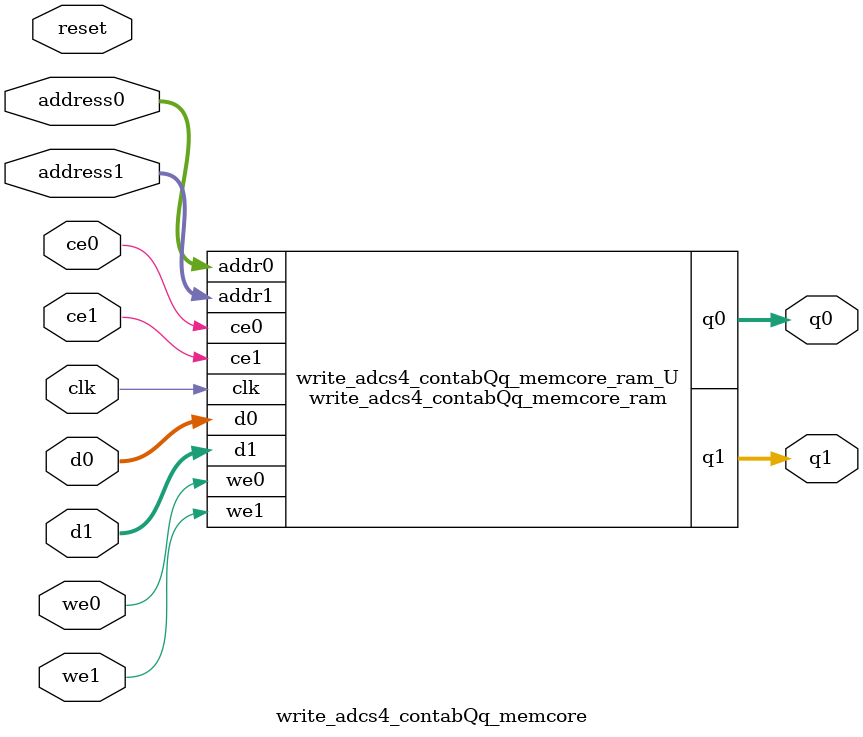
<source format=v>

`timescale 1 ns / 1 ps
module write_adcs4_contabQq_memcore_ram (addr0, ce0, d0, we0, q0, addr1, ce1, d1, we1, q1,  clk);

parameter DWIDTH = 64;
parameter AWIDTH = 9;
parameter MEM_SIZE = 512;

input[AWIDTH-1:0] addr0;
input ce0;
input[DWIDTH-1:0] d0;
input we0;
output reg[DWIDTH-1:0] q0;
input[AWIDTH-1:0] addr1;
input ce1;
input[DWIDTH-1:0] d1;
input we1;
output reg[DWIDTH-1:0] q1;
input clk;

(* ram_style = "block" *)reg [DWIDTH-1:0] ram[0:MEM_SIZE-1];




always @(posedge clk)  
begin 
    if (ce0) 
    begin
        if (we0) 
        begin 
            ram[addr0] <= d0; 
            q0 <= d0;
        end 
        else 
            q0 <= ram[addr0];
    end
end


always @(posedge clk)  
begin 
    if (ce1) 
    begin
        if (we1) 
        begin 
            ram[addr1] <= d1; 
            q1 <= d1;
        end 
        else 
            q1 <= ram[addr1];
    end
end


endmodule


`timescale 1 ns / 1 ps
module write_adcs4_contabQq_memcore(
    reset,
    clk,
    address0,
    ce0,
    we0,
    d0,
    q0,
    address1,
    ce1,
    we1,
    d1,
    q1);

parameter DataWidth = 32'd64;
parameter AddressRange = 32'd512;
parameter AddressWidth = 32'd9;
input reset;
input clk;
input[AddressWidth - 1:0] address0;
input ce0;
input we0;
input[DataWidth - 1:0] d0;
output[DataWidth - 1:0] q0;
input[AddressWidth - 1:0] address1;
input ce1;
input we1;
input[DataWidth - 1:0] d1;
output[DataWidth - 1:0] q1;



write_adcs4_contabQq_memcore_ram write_adcs4_contabQq_memcore_ram_U(
    .clk( clk ),
    .addr0( address0 ),
    .ce0( ce0 ),
    .d0( d0 ),
    .we0( we0 ),
    .q0( q0 ),
    .addr1( address1 ),
    .ce1( ce1 ),
    .d1( d1 ),
    .we1( we1 ),
    .q1( q1 ));

endmodule


</source>
